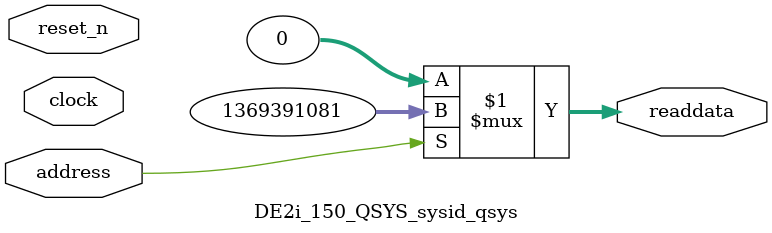
<source format=v>

`timescale 1ns / 1ps
// synthesis translate_on

// turn off superfluous verilog processor warnings 
// altera message_level Level1 
// altera message_off 10034 10035 10036 10037 10230 10240 10030 

module DE2i_150_QSYS_sysid_qsys (
               // inputs:
                address,
                clock,
                reset_n,

               // outputs:
                readdata
             )
;

  output  [ 31: 0] readdata;
  input            address;
  input            clock;
  input            reset_n;

  wire    [ 31: 0] readdata;
  //control_slave, which is an e_avalon_slave
  assign readdata = address ? 1369391081 : 0;

endmodule




</source>
